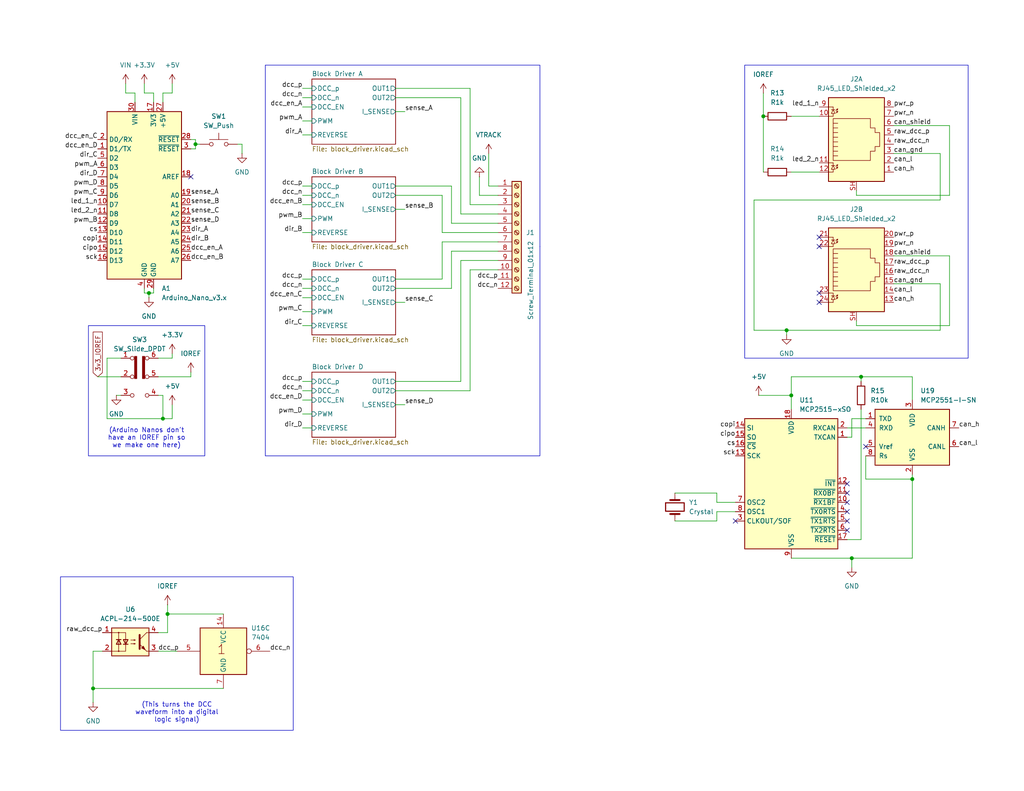
<source format=kicad_sch>
(kicad_sch (version 20231120) (generator "eeschema") (generator_version "8.0")
  (paper "USLetter")
  (title_block (title "Arduino Nano LCC Booster") (date "2024-03-08") (rev "1") (company "TMRC") (comment 1 "Noah Paladino"))
  (lib_symbols
    (symbol "74xx_IEEE:7404"
      (property "Reference" "U" (at 5.08 7.62 0))
      (property "Value" "7404" (at 3.81 -8.89 0))
      (symbol "7404_0_0"
        (text "1" (at -0.508 0.508 0) (effects (font (size 2.54 2.54))))
      )
      (symbol "7404_0_1"
        (rectangle (start -6.35 6.35) (end 6.35 -6.35) (stroke (width 0.254)) (fill (type background)))
        (pin power_in line (at 0 10.16 270) (length 3.81) (name "VCC") (number "14"))
        (pin power_in line (at 0 -10.16 90) (length 3.81) (name "GND") (number "7"))
      )
      (symbol "7404_1_1"
        (pin input line (at -12.7 0 0) (length 6.35) (name "~") (number "1"))
        (pin input inverted (at 12.7 0 180) (length 6.35) (name "~") (number "2"))
      )
      (symbol "7404_2_1"
        (pin input line (at -12.7 0 0) (length 6.35) (name "~") (number "3"))
        (pin input inverted (at 12.7 0 180) (length 6.35) (name "~") (number "4"))
      )
      (symbol "7404_3_1"
        (pin input line (at -12.7 0 0) (length 6.35) (name "~") (number "5"))
        (pin input inverted (at 12.7 0 180) (length 6.35) (name "~") (number "6"))
      )
      (symbol "7404_4_1"
        (pin input inverted (at 12.7 0 180) (length 6.35) (name "~") (number "8"))
        (pin input line (at -12.7 0 0) (length 6.35) (name "~") (number "9"))
      )
      (symbol "7404_5_1"
        (pin input inverted (at 12.7 0 180) (length 6.35) (name "~") (number "10"))
        (pin input line (at -12.7 0 0) (length 6.35) (name "~") (number "11"))
      )
      (symbol "7404_6_1"
        (pin input inverted (at 12.7 0 180) (length 6.35) (name "~") (number "12"))
        (pin input line (at -12.7 0 0) (length 6.35) (name "~") (number "13"))
      )
    )
    (symbol "Connector:RJ45_LED_Shielded_x2"
      (property "Reference" "J" (at -5.08 13.97 0))
      (property "Value" "RJ45_LED_Shielded_x2" (at 1.27 13.97 0))
      (symbol "RJ45_LED_Shielded_x2_0_1"
        (polyline (pts (xy -7.62 -7.62) (xy -6.35 -7.62)))
        (polyline (pts (xy -7.62 -5.08) (xy -6.35 -5.08)))
        (polyline (pts (xy -7.62 7.62) (xy -6.35 7.62)))
        (polyline (pts (xy -7.62 10.16) (xy -6.35 10.16)))
        (polyline (pts (xy -6.858 -5.842) (xy -5.842 -5.842)))
        (polyline (pts (xy -6.858 9.398) (xy -5.842 9.398)))
        (polyline (pts (xy -6.35 -7.62) (xy -6.35 -6.858)))
        (polyline (pts (xy -6.35 -5.08) (xy -6.35 -5.842)))
        (polyline (pts (xy -6.35 7.62) (xy -6.35 8.382)))
        (polyline (pts (xy -6.35 10.16) (xy -6.35 9.398)))
        (polyline (pts (xy -5.08 -6.223) (xy -5.207 -6.604)))
        (polyline (pts (xy -5.08 -5.588) (xy -5.207 -5.969)))
        (polyline (pts (xy -5.08 4.445) (xy -6.35 4.445)))
        (polyline (pts (xy -5.08 5.715) (xy -6.35 5.715)))
        (polyline (pts (xy -5.08 9.017) (xy -5.207 8.636)))
        (polyline (pts (xy -5.08 9.652) (xy -5.207 9.271)))
        (polyline (pts (xy -6.35 -3.175) (xy -5.08 -3.175) (xy -5.08 -3.175)))
        (polyline (pts (xy -6.35 -1.905) (xy -5.08 -1.905) (xy -5.08 -1.905)))
        (polyline (pts (xy -6.35 -0.635) (xy -5.08 -0.635) (xy -5.08 -0.635)))
        (polyline (pts (xy -6.35 0.635) (xy -5.08 0.635) (xy -5.08 0.635)))
        (polyline (pts (xy -6.35 1.905) (xy -5.08 1.905) (xy -5.08 1.905)))
        (polyline (pts (xy -5.588 -6.731) (xy -5.08 -6.223) (xy -5.461 -6.35)))
        (polyline (pts (xy -5.588 -6.096) (xy -5.08 -5.588) (xy -5.461 -5.715)))
        (polyline (pts (xy -5.588 8.509) (xy -5.08 9.017) (xy -5.461 8.89)))
        (polyline (pts (xy -5.588 9.144) (xy -5.08 9.652) (xy -5.461 9.525)))
        (polyline (pts (xy -5.08 3.175) (xy -6.35 3.175) (xy -6.35 3.175)))
        (polyline (pts (xy -6.35 -5.842) (xy -6.858 -6.858) (xy -5.842 -6.858) (xy -6.35 -5.842)))
        (polyline (pts (xy -6.35 9.398) (xy -6.858 8.382) (xy -5.842 8.382) (xy -6.35 9.398)))
        (polyline (pts (xy -6.35 -4.445) (xy -6.35 6.985) (xy 3.81 6.985) (xy 3.81 4.445) (xy 5.08 4.445) (xy 5.08 3.175) (xy 6.35 3.175) (xy 6.35 -0.635) (xy 5.08 -0.635) (xy 5.08 -1.905) (xy 3.81 -1.905) (xy 3.81 -4.445) (xy -6.35 -4.445) (xy -6.35 -4.445)))
        (rectangle (start 7.62 12.7) (end -7.62 -10.16) (stroke (width 0.254)) (fill (type background)))
      )
      (symbol "RJ45_LED_Shielded_x2_1_1"
        (pin passive line (at 10.16 -7.62 180) (length 2.54) (name "~") (number "1"))
        (pin passive line (at -10.16 7.62 0) (length 2.54) (name "~") (number "10"))
        (pin passive line (at -10.16 -5.08 0) (length 2.54) (name "~") (number "11"))
        (pin passive line (at -10.16 -7.62 0) (length 2.54) (name "~") (number "12"))
        (pin passive line (at 10.16 -5.08 180) (length 2.54) (name "~") (number "2"))
        (pin passive line (at 10.16 -2.54 180) (length 2.54) (name "~") (number "3"))
        (pin passive line (at 10.16 0 180) (length 2.54) (name "~") (number "4"))
        (pin passive line (at 10.16 2.54 180) (length 2.54) (name "~") (number "5"))
        (pin passive line (at 10.16 5.08 180) (length 2.54) (name "~") (number "6"))
        (pin passive line (at 10.16 7.62 180) (length 2.54) (name "~") (number "7"))
        (pin passive line (at 10.16 10.16 180) (length 2.54) (name "~") (number "8"))
        (pin passive line (at -10.16 10.16 0) (length 2.54) (name "~") (number "9"))
        (pin passive line (at 0 -12.7 90) (length 2.54) (name "~") (number "SH"))
      )
      (symbol "RJ45_LED_Shielded_x2_2_1"
        (pin passive line (at 10.16 -7.62 180) (length 2.54) (name "~") (number "13"))
        (pin passive line (at 10.16 -5.08 180) (length 2.54) (name "~") (number "14"))
        (pin passive line (at 10.16 -2.54 180) (length 2.54) (name "~") (number "15"))
        (pin passive line (at 10.16 0 180) (length 2.54) (name "~") (number "16"))
        (pin passive line (at 10.16 2.54 180) (length 2.54) (name "~") (number "17"))
        (pin passive line (at 10.16 5.08 180) (length 2.54) (name "~") (number "18"))
        (pin passive line (at 10.16 7.62 180) (length 2.54) (name "~") (number "19"))
        (pin passive line (at 10.16 10.16 180) (length 2.54) (name "~") (number "20"))
        (pin passive line (at -10.16 10.16 0) (length 2.54) (name "~") (number "21"))
        (pin passive line (at -10.16 7.62 0) (length 2.54) (name "~") (number "22"))
        (pin passive line (at -10.16 -5.08 0) (length 2.54) (name "~") (number "23"))
        (pin passive line (at -10.16 -7.62 0) (length 2.54) (name "~") (number "24"))
        (pin passive line (at 0 -12.7 90) (length 2.54) (name "~") (number "SH"))
      )
    )
    (symbol "Connector:Screw_Terminal_01x12" (pin_names (offset 1.016) hide)
      (property "Reference" "J" (at 0 15.24 0))
      (property "Value" "Screw_Terminal_01x12" (at 0 -17.78 0))
      (symbol "Screw_Terminal_01x12_1_1"
        (rectangle (start -1.27 13.97) (end 1.27 -16.51) (stroke (width 0.254)) (fill (type background)))
        (circle (center 0 -15.24) (radius 0.635) (stroke (width 0.1524)))
        (circle (center 0 -12.7) (radius 0.635) (stroke (width 0.1524)))
        (circle (center 0 -10.16) (radius 0.635) (stroke (width 0.1524)))
        (circle (center 0 -7.62) (radius 0.635) (stroke (width 0.1524)))
        (circle (center 0 -5.08) (radius 0.635) (stroke (width 0.1524)))
        (circle (center 0 -2.54) (radius 0.635) (stroke (width 0.1524)))
        (polyline (pts (xy -0.5334 -14.9098) (xy 0.3302 -15.748)) (stroke (width 0.1524)))
        (polyline (pts (xy -0.5334 -12.3698) (xy 0.3302 -13.208)) (stroke (width 0.1524)))
        (polyline (pts (xy -0.5334 -9.8298) (xy 0.3302 -10.668)) (stroke (width 0.1524)))
        (polyline (pts (xy -0.5334 -7.2898) (xy 0.3302 -8.128)) (stroke (width 0.1524)))
        (polyline (pts (xy -0.5334 -4.7498) (xy 0.3302 -5.588)) (stroke (width 0.1524)))
        (polyline (pts (xy -0.5334 -2.2098) (xy 0.3302 -3.048)) (stroke (width 0.1524)))
        (polyline (pts (xy -0.5334 0.3302) (xy 0.3302 -0.508)) (stroke (width 0.1524)))
        (polyline (pts (xy -0.5334 2.8702) (xy 0.3302 2.032)) (stroke (width 0.1524)))
        (polyline (pts (xy -0.5334 5.4102) (xy 0.3302 4.572)) (stroke (width 0.1524)))
        (polyline (pts (xy -0.5334 7.9502) (xy 0.3302 7.112)) (stroke (width 0.1524)))
        (polyline (pts (xy -0.5334 10.4902) (xy 0.3302 9.652)) (stroke (width 0.1524)))
        (polyline (pts (xy -0.5334 13.0302) (xy 0.3302 12.192)) (stroke (width 0.1524)))
        (polyline (pts (xy -0.3556 -14.732) (xy 0.508 -15.5702)) (stroke (width 0.1524)))
        (polyline (pts (xy -0.3556 -12.192) (xy 0.508 -13.0302)) (stroke (width 0.1524)))
        (polyline (pts (xy -0.3556 -9.652) (xy 0.508 -10.4902)) (stroke (width 0.1524)))
        (polyline (pts (xy -0.3556 -7.112) (xy 0.508 -7.9502)) (stroke (width 0.1524)))
        (polyline (pts (xy -0.3556 -4.572) (xy 0.508 -5.4102)) (stroke (width 0.1524)))
        (polyline (pts (xy -0.3556 -2.032) (xy 0.508 -2.8702)) (stroke (width 0.1524)))
        (polyline (pts (xy -0.3556 0.508) (xy 0.508 -0.3302)) (stroke (width 0.1524)))
        (polyline (pts (xy -0.3556 3.048) (xy 0.508 2.2098)) (stroke (width 0.1524)))
        (polyline (pts (xy -0.3556 5.588) (xy 0.508 4.7498)) (stroke (width 0.1524)))
        (polyline (pts (xy -0.3556 8.128) (xy 0.508 7.2898)) (stroke (width 0.1524)))
        (polyline (pts (xy -0.3556 10.668) (xy 0.508 9.8298)) (stroke (width 0.1524)))
        (polyline (pts (xy -0.3556 13.208) (xy 0.508 12.3698)) (stroke (width 0.1524)))
        (circle (center 0 0) (radius 0.635) (stroke (width 0.1524)))
        (circle (center 0 2.54) (radius 0.635) (stroke (width 0.1524)))
        (circle (center 0 5.08) (radius 0.635) (stroke (width 0.1524)))
        (circle (center 0 7.62) (radius 0.635) (stroke (width 0.1524)))
        (circle (center 0 10.16) (radius 0.635) (stroke (width 0.1524)))
        (circle (center 0 12.7) (radius 0.635) (stroke (width 0.1524)))
        (pin passive line (at -5.08 12.7 0) (length 3.81) (name "Pin_1") (number "1"))
        (pin passive line (at -5.08 -10.16 0) (length 3.81) (name "Pin_10") (number "10"))
        (pin passive line (at -5.08 -12.7 0) (length 3.81) (name "Pin_11") (number "11"))
        (pin passive line (at -5.08 -15.24 0) (length 3.81) (name "Pin_12") (number "12"))
        (pin passive line (at -5.08 10.16 0) (length 3.81) (name "Pin_2") (number "2"))
        (pin passive line (at -5.08 7.62 0) (length 3.81) (name "Pin_3") (number "3"))
        (pin passive line (at -5.08 5.08 0) (length 3.81) (name "Pin_4") (number "4"))
        (pin passive line (at -5.08 2.54 0) (length 3.81) (name "Pin_5") (number "5"))
        (pin passive line (at -5.08 0 0) (length 3.81) (name "Pin_6") (number "6"))
        (pin passive line (at -5.08 -2.54 0) (length 3.81) (name "Pin_7") (number "7"))
        (pin passive line (at -5.08 -5.08 0) (length 3.81) (name "Pin_8") (number "8"))
        (pin passive line (at -5.08 -7.62 0) (length 3.81) (name "Pin_9") (number "9"))
      )
    )
    (symbol "Device:Crystal" (pin_numbers hide) (pin_names (offset 1.016) hide)
      (property "Reference" "Y" (at 0 3.81 0))
      (property "Value" "Crystal" (at 0 -3.81 0))
      (symbol "Crystal_0_1"
        (rectangle (start -1.143 2.54) (end 1.143 -2.54) (stroke (width 0.3048)))
        (polyline (pts (xy -2.54 0) (xy -1.905 0)))
        (polyline (pts (xy -1.905 -1.27) (xy -1.905 1.27)) (stroke (width 0.508)))
        (polyline (pts (xy 1.905 -1.27) (xy 1.905 1.27)) (stroke (width 0.508)))
        (polyline (pts (xy 2.54 0) (xy 1.905 0)))
      )
      (symbol "Crystal_1_1"
        (pin passive line (at -3.81 0 0) (length 1.27) (name "1") (number "1"))
        (pin passive line (at 3.81 0 180) (length 1.27) (name "2") (number "2"))
      )
    )
    (symbol "Device:R" (pin_numbers hide) (pin_names (offset 0))
      (property "Reference" "R" (at 2.032 0 90))
      (property "Value" "R" (at 0 0 90))
      (symbol "R_0_1"
        (rectangle (start -1.016 -2.54) (end 1.016 2.54) (stroke (width 0.254)))
      )
      (symbol "R_1_1"
        (pin passive line (at 0 3.81 270) (length 1.27) (name "~") (number "1"))
        (pin passive line (at 0 -3.81 90) (length 1.27) (name "~") (number "2"))
      )
    )
    (symbol "Interface_CAN_LIN:MCP2515-xSO"
      (property "Reference" "U" (at -10.16 19.685 0))
      (property "Value" "MCP2515-xSO" (at 19.05 20.32 0))
      (symbol "MCP2515-xSO_0_1"
        (rectangle (start -12.7 17.78) (end 12.7 -17.78) (stroke (width 0.254)) (fill (type background)))
      )
      (symbol "MCP2515-xSO_1_1"
        (pin output line (at 15.24 12.7 180) (length 2.54) (name "TXCAN") (number "1"))
        (pin output line (at 15.24 -5.08 180) (length 2.54) (name "~{RX1BF}") (number "10"))
        (pin output line (at 15.24 -2.54 180) (length 2.54) (name "~{RX0BF}") (number "11"))
        (pin output line (at 15.24 0 180) (length 2.54) (name "~{INT}") (number "12"))
        (pin input line (at -15.24 7.62 0) (length 2.54) (name "SCK") (number "13"))
        (pin input line (at -15.24 15.24 0) (length 2.54) (name "SI") (number "14"))
        (pin output line (at -15.24 12.7 0) (length 2.54) (name "SO") (number "15"))
        (pin input line (at -15.24 10.16 0) (length 2.54) (name "~{CS}") (number "16"))
        (pin input line (at 15.24 -15.24 180) (length 2.54) (name "~{RESET}") (number "17"))
        (pin power_in line (at 0 20.32 270) (length 2.54) (name "VDD") (number "18"))
        (pin input line (at 15.24 15.24 180) (length 2.54) (name "RXCAN") (number "2"))
        (pin output line (at -15.24 -10.16 0) (length 2.54) (name "CLKOUT/SOF") (number "3"))
        (pin input line (at 15.24 -7.62 180) (length 2.54) (name "~{TX0RTS}") (number "4"))
        (pin input line (at 15.24 -10.16 180) (length 2.54) (name "~{TX1RTS}") (number "5"))
        (pin input line (at 15.24 -12.7 180) (length 2.54) (name "~{TX2RTS}") (number "6"))
        (pin output line (at -15.24 -5.08 0) (length 2.54) (name "OSC2") (number "7"))
        (pin input line (at -15.24 -7.62 0) (length 2.54) (name "OSC1") (number "8"))
        (pin power_in line (at 0 -20.32 90) (length 2.54) (name "VSS") (number "9"))
      )
    )
    (symbol "Interface_CAN_LIN:MCP2551-I-SN" (pin_names (offset 1.016))
      (property "Reference" "U" (at -10.16 8.89 0))
      (property "Value" "MCP2551-I-SN" (at 2.54 8.89 0))
      (symbol "MCP2551-I-SN_0_1"
        (rectangle (start -10.16 7.62) (end 10.16 -7.62) (stroke (width 0.254)) (fill (type background)))
      )
      (symbol "MCP2551-I-SN_1_1"
        (pin input line (at -12.7 5.08 0) (length 2.54) (name "TXD") (number "1"))
        (pin power_in line (at 0 -10.16 90) (length 2.54) (name "VSS") (number "2"))
        (pin power_in line (at 0 10.16 270) (length 2.54) (name "VDD") (number "3"))
        (pin output line (at -12.7 2.54 0) (length 2.54) (name "RXD") (number "4"))
        (pin power_out line (at -12.7 -2.54 0) (length 2.54) (name "Vref") (number "5"))
        (pin bidirectional line (at 12.7 -2.54 180) (length 2.54) (name "CANL") (number "6"))
        (pin bidirectional line (at 12.7 2.54 180) (length 2.54) (name "CANH") (number "7"))
        (pin input line (at -12.7 -5.08 0) (length 2.54) (name "Rs") (number "8"))
      )
    )
    (symbol "Isolator:ACPL-214-500E" (pin_names (offset 1.016))
      (property "Reference" "U" (at -5.08 5.08 0))
      (property "Value" "ACPL-214-500E" (at 0 5.08 0))
      (symbol "ACPL-214-500E_0_1"
        (rectangle (start -5.08 3.81) (end 5.08 -3.81) (stroke (width 0.254)) (fill (type background)))
        (circle (center -3.175 -2.54) (radius 0.127))
        (circle (center -3.175 2.54) (radius 0.127))
        (polyline (pts (xy -3.81 0.635) (xy -2.54 0.635)) (stroke (width 0.254)))
        (polyline (pts (xy -3.175 -0.635) (xy -3.175 -2.54)))
        (polyline (pts (xy -3.175 -0.635) (xy -3.175 2.54)))
        (polyline (pts (xy -1.905 -0.635) (xy -0.635 -0.635)) (stroke (width 0.254)))
        (polyline (pts (xy 2.54 0.635) (xy 4.445 2.54)))
        (polyline (pts (xy 4.445 -2.54) (xy 2.54 -0.635)) (fill (type outline)))
        (polyline (pts (xy 4.445 -2.54) (xy 5.08 -2.54)))
        (polyline (pts (xy 4.445 2.54) (xy 5.08 2.54)))
        (polyline (pts (xy -5.08 2.54) (xy -1.27 2.54) (xy -1.27 -0.635)))
        (polyline (pts (xy -1.27 -0.635) (xy -1.27 -2.54) (xy -5.08 -2.54)))
        (polyline (pts (xy 2.54 1.905) (xy 2.54 -1.905) (xy 2.54 -1.905)) (stroke (width 0.508)))
        (polyline (pts (xy -3.175 0.635) (xy -3.81 -0.635) (xy -2.54 -0.635) (xy -3.175 0.635)) (stroke (width 0.254)))
        (polyline (pts (xy -1.27 -0.635) (xy -1.905 0.635) (xy -0.635 0.635) (xy -1.27 -0.635)) (stroke (width 0.254)))
        (polyline (pts (xy 0.127 -0.508) (xy 1.397 -0.508) (xy 1.016 -0.635) (xy 1.016 -0.381) (xy 1.397 -0.508)))
        (polyline (pts (xy 0.127 0.508) (xy 1.397 0.508) (xy 1.016 0.381) (xy 1.016 0.635) (xy 1.397 0.508)))
        (polyline (pts (xy 3.048 -1.651) (xy 3.556 -1.143) (xy 4.064 -2.159) (xy 3.048 -1.651) (xy 3.048 -1.651)) (fill (type outline)))
      )
      (symbol "ACPL-214-500E_1_1"
        (pin passive line (at -7.62 2.54 0) (length 2.54) (name "~") (number "1"))
        (pin passive line (at -7.62 -2.54 0) (length 2.54) (name "~") (number "2"))
        (pin passive line (at 7.62 -2.54 180) (length 2.54) (name "~") (number "3"))
        (pin passive line (at 7.62 2.54 180) (length 2.54) (name "~") (number "4"))
      )
    )
    (symbol "MCU_Module:Arduino_Nano_v3.x"
      (property "Reference" "A" (at -10.16 23.495 0))
      (property "Value" "Arduino_Nano_v3.x" (at 5.08 -24.13 0))
      (symbol "Arduino_Nano_v3.x_0_1"
        (rectangle (start -10.16 22.86) (end 10.16 -22.86) (stroke (width 0.254)) (fill (type background)))
      )
      (symbol "Arduino_Nano_v3.x_1_1"
        (pin bidirectional line (at -12.7 12.7 0) (length 2.54) (name "D1/TX") (number "1"))
        (pin bidirectional line (at -12.7 -2.54 0) (length 2.54) (name "D7") (number "10"))
        (pin bidirectional line (at -12.7 -5.08 0) (length 2.54) (name "D8") (number "11"))
        (pin bidirectional line (at -12.7 -7.62 0) (length 2.54) (name "D9") (number "12"))
        (pin bidirectional line (at -12.7 -10.16 0) (length 2.54) (name "D10") (number "13"))
        (pin bidirectional line (at -12.7 -12.7 0) (length 2.54) (name "D11") (number "14"))
        (pin bidirectional line (at -12.7 -15.24 0) (length 2.54) (name "D12") (number "15"))
        (pin bidirectional line (at -12.7 -17.78 0) (length 2.54) (name "D13") (number "16"))
        (pin power_out line (at 2.54 25.4 270) (length 2.54) (name "3V3") (number "17"))
        (pin input line (at 12.7 5.08 180) (length 2.54) (name "AREF") (number "18"))
        (pin bidirectional line (at 12.7 0 180) (length 2.54) (name "A0") (number "19"))
        (pin bidirectional line (at -12.7 15.24 0) (length 2.54) (name "D0/RX") (number "2"))
        (pin bidirectional line (at 12.7 -2.54 180) (length 2.54) (name "A1") (number "20"))
        (pin bidirectional line (at 12.7 -5.08 180) (length 2.54) (name "A2") (number "21"))
        (pin bidirectional line (at 12.7 -7.62 180) (length 2.54) (name "A3") (number "22"))
        (pin bidirectional line (at 12.7 -10.16 180) (length 2.54) (name "A4") (number "23"))
        (pin bidirectional line (at 12.7 -12.7 180) (length 2.54) (name "A5") (number "24"))
        (pin bidirectional line (at 12.7 -15.24 180) (length 2.54) (name "A6") (number "25"))
        (pin bidirectional line (at 12.7 -17.78 180) (length 2.54) (name "A7") (number "26"))
        (pin power_out line (at 5.08 25.4 270) (length 2.54) (name "+5V") (number "27"))
        (pin input line (at 12.7 15.24 180) (length 2.54) (name "~{RESET}") (number "28"))
        (pin power_in line (at 2.54 -25.4 90) (length 2.54) (name "GND") (number "29"))
        (pin input line (at 12.7 12.7 180) (length 2.54) (name "~{RESET}") (number "3"))
        (pin power_in line (at -2.54 25.4 270) (length 2.54) (name "VIN") (number "30"))
        (pin power_in line (at 0 -25.4 90) (length 2.54) (name "GND") (number "4"))
        (pin bidirectional line (at -12.7 10.16 0) (length 2.54) (name "D2") (number "5"))
        (pin bidirectional line (at -12.7 7.62 0) (length 2.54) (name "D3") (number "6"))
        (pin bidirectional line (at -12.7 5.08 0) (length 2.54) (name "D4") (number "7"))
        (pin bidirectional line (at -12.7 2.54 0) (length 2.54) (name "D5") (number "8"))
        (pin bidirectional line (at -12.7 0 0) (length 2.54) (name "D6") (number "9"))
      )
    )
    (symbol "Switch:SW_Push" (pin_numbers hide) (pin_names (offset 1.016) hide)
      (property "Reference" "SW" (at 1.27 2.54 0))
      (property "Value" "SW_Push" (at 0 -1.524 0))
      (symbol "SW_Push_0_1"
        (circle (center -2.032 0) (radius 0.508))
        (polyline (pts (xy 0 1.27) (xy 0 3.048)))
        (polyline (pts (xy 2.54 1.27) (xy -2.54 1.27)))
        (circle (center 2.032 0) (radius 0.508))
        (pin passive line (at -5.08 0 0) (length 2.54) (name "1") (number "1"))
        (pin passive line (at 5.08 0 180) (length 2.54) (name "2") (number "2"))
      )
    )
    (symbol "Switch:SW_Slide_DPDT" (pin_names (offset 0) hide)
      (property "Reference" "SW" (at 0 6.858 0))
      (property "Value" "SW_Slide_DPDT" (at 0 -8.128 0))
      (symbol "SW_Slide_DPDT_0_0"
        (circle (center -2.032 -5.08) (radius 0.508))
        (circle (center -2.032 5.08) (radius 0.508))
        (circle (center 2.032 -5.08) (radius 0.508))
        (circle (center 2.032 0) (radius 0.508))
      )
      (symbol "SW_Slide_DPDT_0_1"
        (circle (center -2.032 0) (radius 0.508))
        (circle (center 2.032 5.08) (radius 0.508))
      )
      (symbol "SW_Slide_DPDT_1_1"
        (rectangle (start -1.397 5.588) (end -0.762 -0.508) (fill (type outline)))
        (rectangle (start 0.762 5.588) (end 1.397 -0.508) (fill (type outline)))
        (pin passive line (at -5.08 5.08 0) (length 2.54) (name "A") (number "1"))
        (pin passive line (at -5.08 0 0) (length 2.54) (name "B") (number "2"))
        (pin passive line (at -5.08 -5.08 0) (length 2.54) (name "C") (number "3"))
        (pin passive line (at 5.08 -5.08 180) (length 2.54) (name "A") (number "4"))
        (pin passive line (at 5.08 0 180) (length 2.54) (name "B") (number "5"))
        (pin passive line (at 5.08 5.08 180) (length 2.54) (name "C") (number "6"))
      )
    )
    (symbol "power:+3.3V" (power) (pin_numbers hide) (pin_names (offset 0) hide)
      (property "Value" "+3.3V" (at 0 3.556 0))
      (symbol "+3.3V_0_1"
        (polyline (pts (xy -0.762 1.27) (xy 0 2.54)))
        (polyline (pts (xy 0 0) (xy 0 2.54)))
        (polyline (pts (xy 0 2.54) (xy 0.762 1.27)))
      )
      (symbol "+3.3V_1_1"
        (pin power_in line (at 0 0 90) (length 0) (name "~") (number "1"))
      )
    )
    (symbol "power:+5V" (power) (pin_numbers hide) (pin_names (offset 0) hide)
      (property "Value" "+5V" (at 0 3.556 0))
      (symbol "+5V_0_1"
        (polyline (pts (xy -0.762 1.27) (xy 0 2.54)))
        (polyline (pts (xy 0 0) (xy 0 2.54)))
        (polyline (pts (xy 0 2.54) (xy 0.762 1.27)))
      )
      (symbol "+5V_1_1"
        (pin power_in line (at 0 0 90) (length 0) (name "~") (number "1"))
      )
    )
    (symbol "power:GND" (power) (pin_numbers hide) (pin_names (offset 0) hide)
      (property "Value" "GND" (at 0 -3.81 0))
      (symbol "GND_0_1"
        (polyline (pts (xy 0 0) (xy 0 -1.27) (xy 1.27 -1.27) (xy 0 -2.54) (xy -1.27 -1.27) (xy 0 -1.27)))
      )
      (symbol "GND_1_1"
        (pin power_in line (at 0 0 270) (length 0) (name "~") (number "1"))
      )
    )
  )
  (junction (at 208.28 31.75))
  (junction (at 232.41 152.4))
  (junction (at 234.95 102.87))
  (junction (at 40.64 80.01))
  (junction (at 53.34 39.37))
  (junction (at 44.45 114.3))
  (junction (at 248.92 130.81))
  (junction (at 25.4 187.96))
  (junction (at 215.9 107.95))
  (junction (at 45.72 167.64))
  (junction (at 214.63 90.17))
  (no_connect (at 223.52 82.55))
  (no_connect (at 200.66 142.24))
  (no_connect (at 231.14 137.16))
  (no_connect (at 236.22 121.92))
  (no_connect (at 223.52 64.77))
  (no_connect (at 52.07 48.26))
  (no_connect (at 231.14 144.78))
  (no_connect (at 231.14 139.7))
  (no_connect (at 231.14 132.08))
  (no_connect (at 231.14 142.24))
  (no_connect (at 223.52 80.01))
  (no_connect (at 223.52 67.31))
  (no_connect (at 231.14 134.62))
  (wire (pts (xy 29.21 97.79) (xy 33.02 97.79)))
  (wire (pts (xy 133.35 41.91) (xy 133.35 50.8)))
  (wire (pts (xy 236.22 114.3) (xy 232.41 114.3)))
  (wire (pts (xy 215.9 107.95) (xy 215.9 102.87)))
  (wire (pts (xy 256.54 90.17) (xy 256.54 77.47)))
  (wire (pts (xy 44.45 25.4) (xy 44.45 27.94)))
  (wire (pts (xy 43.18 172.72) (xy 45.72 172.72)))
  (wire (pts (xy 82.55 50.8) (xy 85.09 50.8)))
  (wire (pts (xy 231.14 119.38) (xy 232.41 119.38)))
  (wire (pts (xy 231.14 116.84) (xy 236.22 116.84)))
  (wire (pts (xy 31.75 107.95) (xy 33.02 107.95)))
  (wire (pts (xy 29.21 114.3) (xy 44.45 114.3)))
  (wire (pts (xy 234.95 111.76) (xy 234.95 147.32)))
  (wire (pts (xy 39.37 78.74) (xy 39.37 80.01)))
  (wire (pts (xy 205.74 90.17) (xy 214.63 90.17)))
  (wire (pts (xy 66.04 39.37) (xy 64.77 39.37)))
  (wire (pts (xy 120.65 66.04) (xy 135.89 66.04)))
  (wire (pts (xy 82.55 109.22) (xy 85.09 109.22)))
  (wire (pts (xy 44.45 107.95) (xy 44.45 114.3)))
  (wire (pts (xy 120.65 76.2) (xy 120.65 66.04)))
  (wire (pts (xy 26.67 102.87) (xy 33.02 102.87)))
  (wire (pts (xy 215.9 31.75) (xy 223.52 31.75)))
  (wire (pts (xy 243.84 34.29) (xy 259.08 34.29)))
  (wire (pts (xy 53.34 39.37) (xy 53.34 40.64)))
  (wire (pts (xy 53.34 40.64) (xy 52.07 40.64)))
  (wire (pts (xy 107.95 82.55) (xy 110.49 82.55)))
  (wire (pts (xy 236.22 130.81) (xy 248.92 130.81)))
  (wire (pts (xy 107.95 26.67) (xy 125.73 26.67)))
  (wire (pts (xy 82.55 113.03) (xy 85.09 113.03)))
  (wire (pts (xy 123.19 60.96) (xy 135.89 60.96)))
  (wire (pts (xy 54.61 39.37) (xy 53.34 39.37)))
  (wire (pts (xy 256.54 41.91) (xy 256.54 54.61)))
  (wire (pts (xy 236.22 124.46) (xy 236.22 130.81)))
  (wire (pts (xy 130.81 48.26) (xy 130.81 53.34)))
  (wire (pts (xy 25.4 187.96) (xy 25.4 191.77)))
  (wire (pts (xy 40.64 80.01) (xy 41.91 80.01)))
  (wire (pts (xy 82.55 36.83) (xy 85.09 36.83)))
  (wire (pts (xy 46.99 25.4) (xy 44.45 25.4)))
  (wire (pts (xy 107.95 110.49) (xy 110.49 110.49)))
  (wire (pts (xy 52.07 101.6) (xy 52.07 102.87)))
  (wire (pts (xy 82.55 29.21) (xy 85.09 29.21)))
  (wire (pts (xy 53.34 38.1) (xy 52.07 38.1)))
  (wire (pts (xy 128.27 55.88) (xy 135.89 55.88)))
  (wire (pts (xy 82.55 81.28) (xy 85.09 81.28)))
  (wire (pts (xy 233.68 88.9) (xy 233.68 87.63)))
  (wire (pts (xy 82.55 33.02) (xy 85.09 33.02)))
  (wire (pts (xy 82.55 78.74) (xy 85.09 78.74)))
  (wire (pts (xy 120.65 63.5) (xy 120.65 53.34)))
  (wire (pts (xy 215.9 152.4) (xy 232.41 152.4)))
  (wire (pts (xy 82.55 76.2) (xy 85.09 76.2)))
  (wire (pts (xy 53.34 38.1) (xy 53.34 39.37)))
  (wire (pts (xy 259.08 69.85) (xy 259.08 88.9)))
  (wire (pts (xy 39.37 22.86) (xy 39.37 25.4)))
  (wire (pts (xy 232.41 152.4) (xy 232.41 154.94)))
  (wire (pts (xy 82.55 88.9) (xy 85.09 88.9)))
  (wire (pts (xy 256.54 77.47) (xy 243.84 77.47)))
  (wire (pts (xy 44.45 114.3) (xy 46.99 114.3)))
  (wire (pts (xy 125.73 26.67) (xy 125.73 58.42)))
  (wire (pts (xy 48.26 177.8) (xy 43.18 177.8)))
  (wire (pts (xy 34.29 22.86) (xy 34.29 25.4)))
  (wire (pts (xy 107.95 76.2) (xy 120.65 76.2)))
  (wire (pts (xy 231.14 147.32) (xy 234.95 147.32)))
  (wire (pts (xy 46.99 114.3) (xy 46.99 110.49)))
  (wire (pts (xy 123.19 68.58) (xy 135.89 68.58)))
  (wire (pts (xy 259.08 53.34) (xy 259.08 34.29)))
  (wire (pts (xy 215.9 46.99) (xy 223.52 46.99)))
  (wire (pts (xy 128.27 73.66) (xy 135.89 73.66)))
  (wire (pts (xy 232.41 114.3) (xy 232.41 119.38)))
  (wire (pts (xy 205.74 54.61) (xy 205.74 90.17)))
  (wire (pts (xy 125.73 71.12) (xy 135.89 71.12)))
  (wire (pts (xy 46.99 25.4) (xy 46.99 22.86)))
  (wire (pts (xy 135.89 63.5) (xy 120.65 63.5)))
  (wire (pts (xy 45.72 165.1) (xy 45.72 167.64)))
  (wire (pts (xy 128.27 106.68) (xy 128.27 73.66)))
  (wire (pts (xy 39.37 25.4) (xy 41.91 25.4)))
  (wire (pts (xy 208.28 25.4) (xy 208.28 31.75)))
  (wire (pts (xy 248.92 102.87) (xy 248.92 109.22)))
  (wire (pts (xy 46.99 97.79) (xy 43.18 97.79)))
  (wire (pts (xy 214.63 90.17) (xy 256.54 90.17)))
  (wire (pts (xy 232.41 152.4) (xy 248.92 152.4)))
  (wire (pts (xy 207.01 107.95) (xy 215.9 107.95)))
  (wire (pts (xy 66.04 39.37) (xy 66.04 41.91)))
  (wire (pts (xy 195.58 139.7) (xy 195.58 142.24)))
  (wire (pts (xy 123.19 50.8) (xy 123.19 60.96)))
  (wire (pts (xy 208.28 31.75) (xy 208.28 46.99)))
  (wire (pts (xy 205.74 54.61) (xy 256.54 54.61)))
  (wire (pts (xy 233.68 53.34) (xy 259.08 53.34)))
  (wire (pts (xy 215.9 102.87) (xy 234.95 102.87)))
  (wire (pts (xy 82.55 24.13) (xy 85.09 24.13)))
  (wire (pts (xy 123.19 78.74) (xy 123.19 68.58)))
  (wire (pts (xy 82.55 63.5) (xy 85.09 63.5)))
  (wire (pts (xy 195.58 137.16) (xy 200.66 137.16)))
  (wire (pts (xy 248.92 130.81) (xy 248.92 129.54)))
  (wire (pts (xy 184.15 134.62) (xy 195.58 134.62)))
  (wire (pts (xy 125.73 104.14) (xy 125.73 71.12)))
  (wire (pts (xy 184.15 142.24) (xy 195.58 142.24)))
  (wire (pts (xy 82.55 55.88) (xy 85.09 55.88)))
  (wire (pts (xy 82.55 104.14) (xy 85.09 104.14)))
  (wire (pts (xy 41.91 80.01) (xy 41.91 78.74)))
  (wire (pts (xy 44.45 107.95) (xy 43.18 107.95)))
  (wire (pts (xy 25.4 177.8) (xy 25.4 187.96)))
  (wire (pts (xy 82.55 85.09) (xy 85.09 85.09)))
  (wire (pts (xy 128.27 24.13) (xy 128.27 55.88)))
  (wire (pts (xy 82.55 59.69) (xy 85.09 59.69)))
  (wire (pts (xy 234.95 104.14) (xy 234.95 102.87)))
  (wire (pts (xy 259.08 88.9) (xy 233.68 88.9)))
  (wire (pts (xy 39.37 80.01) (xy 40.64 80.01)))
  (wire (pts (xy 233.68 52.07) (xy 233.68 53.34)))
  (wire (pts (xy 27.94 177.8) (xy 25.4 177.8)))
  (wire (pts (xy 82.55 116.84) (xy 85.09 116.84)))
  (wire (pts (xy 107.95 57.15) (xy 110.49 57.15)))
  (wire (pts (xy 45.72 167.64) (xy 60.96 167.64)))
  (wire (pts (xy 107.95 50.8) (xy 123.19 50.8)))
  (wire (pts (xy 234.95 102.87) (xy 248.92 102.87)))
  (wire (pts (xy 195.58 134.62) (xy 195.58 137.16)))
  (wire (pts (xy 82.55 26.67) (xy 85.09 26.67)))
  (wire (pts (xy 25.4 187.96) (xy 60.96 187.96)))
  (wire (pts (xy 36.83 27.94) (xy 36.83 25.4)))
  (wire (pts (xy 248.92 152.4) (xy 248.92 130.81)))
  (wire (pts (xy 46.99 96.52) (xy 46.99 97.79)))
  (wire (pts (xy 214.63 91.44) (xy 214.63 90.17)))
  (wire (pts (xy 40.64 81.28) (xy 40.64 80.01)))
  (wire (pts (xy 107.95 106.68) (xy 128.27 106.68)))
  (wire (pts (xy 135.89 53.34) (xy 130.81 53.34)))
  (wire (pts (xy 125.73 58.42) (xy 135.89 58.42)))
  (wire (pts (xy 243.84 69.85) (xy 259.08 69.85)))
  (wire (pts (xy 82.55 106.68) (xy 85.09 106.68)))
  (wire (pts (xy 52.07 102.87) (xy 43.18 102.87)))
  (wire (pts (xy 107.95 24.13) (xy 128.27 24.13)))
  (wire (pts (xy 82.55 53.34) (xy 85.09 53.34)))
  (wire (pts (xy 135.89 50.8) (xy 133.35 50.8)))
  (wire (pts (xy 243.84 41.91) (xy 256.54 41.91)))
  (wire (pts (xy 45.72 167.64) (xy 45.72 172.72)))
  (wire (pts (xy 29.21 97.79) (xy 29.21 114.3)))
  (wire (pts (xy 120.65 53.34) (xy 107.95 53.34)))
  (wire (pts (xy 107.95 30.48) (xy 110.49 30.48)))
  (wire (pts (xy 107.95 104.14) (xy 125.73 104.14)))
  (wire (pts (xy 41.91 25.4) (xy 41.91 27.94)))
  (wire (pts (xy 36.83 25.4) (xy 34.29 25.4)))
  (wire (pts (xy 215.9 111.76) (xy 215.9 107.95)))
  (wire (pts (xy 107.95 78.74) (xy 123.19 78.74)))
  (wire (pts (xy 200.66 139.7) (xy 195.58 139.7)))
  (rectangle (start 203.2 17.78) (end 264.16 97.79))
  (rectangle (start 72.39 17.78) (end 147.32 124.46))
  (rectangle (start 24.13 88.9) (end 55.88 124.46))
  (rectangle (start 147.32 67.31) (end 147.32 67.31))
  (rectangle (start 16.51 157.48) (end 80.01 199.39))
  (text_box "(Arduino Nanos don't have an IOREF pin so we make one here)" (at 27.94 114.3 0) (size 24.13 10.16) (stroke (width -0.0001)) (effects (font (size 1.27 1.27))))
  (text_box "(This turns the DCC waveform into a digital logic signal)" (at 35.56 189.23 0) (size 25.4 10.16) (stroke (width -0.0001)) (effects (font (size 1.27 1.27))))
  (label "copi" (at 200.66 116.84 180))
  (label "can_shield" (at 243.84 69.85 0))
  (label "can_gnd" (at 243.84 77.47 0))
  (label "can_l" (at 243.84 80.01 0))
  (label "sense_C" (at 110.49 82.55 0))
  (label "can_gnd" (at 243.84 41.91 0))
  (label "led_1_n" (at 26.67 55.88 180))
  (label "dcc_p" (at 82.55 24.13 180))
  (label "raw_dcc_p" (at 243.84 36.83 0))
  (label "pwm_B" (at 26.67 60.96 180))
  (label "led_1_n" (at 223.52 29.21 180))
  (label "sense_A" (at 52.07 53.34 0))
  (label "can_h" (at 243.84 46.99 0))
  (label "cipo" (at 200.66 119.38 180))
  (label "dir_B" (at 52.07 66.04 0))
  (label "can_l" (at 243.84 44.45 0))
  (label "dcc_p" (at 82.55 76.2 180))
  (label "dir_D" (at 26.67 48.26 180))
  (label "sense_D" (at 52.07 60.96 0))
  (label "pwr_p" (at 243.84 64.77 0))
  (label "dir_A" (at 52.07 63.5 0))
  (label "dcc_p" (at 43.18 177.8 0))
  (label "pwm_D" (at 26.67 50.8 180))
  (label "dir_C" (at 82.55 88.9 180))
  (label "pwm_A" (at 26.67 45.72 180))
  (label "dir_B" (at 82.55 63.5 180))
  (label "dcc_p" (at 135.89 76.2 180))
  (label "dcc_en_C" (at 26.67 38.1 180))
  (label "sense_D" (at 110.49 110.49 0))
  (label "dir_A" (at 82.55 36.83 180))
  (label "dcc_en_A" (at 52.07 68.58 0))
  (label "dcc_p" (at 82.55 50.8 180))
  (label "dcc_en_B" (at 52.07 71.12 0))
  (label "pwm_C" (at 82.55 85.09 180))
  (label "dcc_p" (at 82.55 104.14 180))
  (label "cipo" (at 26.67 68.58 180))
  (label "led_2_n" (at 26.67 58.42 180))
  (label "sense_B" (at 52.07 55.88 0))
  (label "dcc_n" (at 82.55 106.68 180))
  (label "sense_B" (at 110.49 57.15 0))
  (label "pwm_A" (at 82.55 33.02 180))
  (label "pwr_p" (at 243.84 29.21 0))
  (label "raw_dcc_n" (at 243.84 39.37 0))
  (label "can_shield" (at 243.84 34.29 0))
  (label "led_2_n" (at 223.52 44.45 180))
  (label "sense_A" (at 110.49 30.48 0))
  (label "sck" (at 26.67 71.12 180))
  (label "can_h" (at 243.84 82.55 0))
  (label "dir_D" (at 82.55 116.84 180))
  (label "dcc_en_A" (at 82.55 29.21 180))
  (label "dcc_n" (at 82.55 78.74 180))
  (label "raw_dcc_p" (at 27.94 172.72 180))
  (label "raw_dcc_n" (at 243.84 74.93 0))
  (label "dcc_n" (at 73.66 177.8 0))
  (label "cs" (at 26.67 63.5 180))
  (label "pwm_B" (at 82.55 59.69 180))
  (label "dcc_en_D" (at 82.55 109.22 180))
  (label "dir_C" (at 26.67 43.18 180))
  (label "dcc_en_B" (at 82.55 55.88 180))
  (label "dcc_en_D" (at 26.67 40.64 180))
  (label "raw_dcc_p" (at 243.84 72.39 0))
  (label "pwr_n" (at 243.84 67.31 0))
  (label "pwr_n" (at 243.84 31.75 0))
  (label "sense_C" (at 52.07 58.42 0))
  (label "dcc_n" (at 135.89 78.74 180))
  (label "cs" (at 200.66 121.92 180))
  (label "dcc_n" (at 82.55 26.67 180))
  (label "sck" (at 200.66 124.46 180))
  (label "pwm_C" (at 26.67 53.34 180))
  (label "dcc_en_C" (at 82.55 81.28 180))
  (label "dcc_n" (at 82.55 53.34 180))
  (label "pwm_D" (at 82.55 113.03 180))
  (label "can_h" (at 261.62 116.84 0))
  (label "copi" (at 26.67 66.04 180))
  (label "can_l" (at 261.62 121.92 0))
  (global_label "3v3_IOREF" (shape input) (at 26.67 102.87 90) (property "Intersheetrefs" "${INTERSHEET_REFS}" (effects (hide yes))))
  (symbol (lib_id "power:+3.3V") (at 133.35 41.91 0) (unit 1)
    (property "Reference" "#PWR037" (effects (hide yes)))
    (property "Value" "VTRACK" (at 133.35 36.83 0))
    (property "Description" "Power symbol creates a global label with name \"VTRACK\"" (effects (hide yes)))
  )
  (symbol (lib_id "power:+3.3V") (at 34.29 22.86 0) (unit 1)
    (property "Reference" "#PWR01" (effects (hide yes)))
    (property "Value" "VIN" (at 34.29 17.78 0))
    (property "Description" "Power symbol creates a global label with name \"VIN\"" (effects (hide yes)))
  )
  (symbol (lib_id "Interface_CAN_LIN:MCP2515-xSO") (at 215.9 132.08 0) (unit 1)
    (property "Reference" "U11" (at 218.0941 109.22 0) (effects (justify left)))
    (property "Value" "MCP2515-xSO" (at 218.0941 111.76 0) (effects (justify left)))
    (property "Footprint" "Package_SO:SOIC-18W_7.5x11.6mm_P1.27mm" (effects (hide yes)))
    (property "Datasheet" "http://ww1.microchip.com/downloads/en/DeviceDoc/21801e.pdf" (effects (hide yes)))
    (property "Description" "Stand-Alone CAN Controller with SPI Interface, SOIC-18" (effects (hide yes)))
  )
  (symbol (lib_id "power:GND") (at 40.64 81.28 0) (unit 1)
    (property "Reference" "#PWR02" (effects (hide yes)))
    (property "Value" "GND" (at 40.64 86.36 0))
    (property "Description" "Power symbol creates a global label with name \"GND\" , ground" (effects (hide yes)))
  )
  (symbol (lib_id "Isolator:ACPL-214-500E") (at 35.56 175.26 0) (unit 1)
    (property "Reference" "U6" (at 35.56 166.37 0))
    (property "Value" "ACPL-214-500E" (at 35.56 168.91 0))
    (property "Footprint" "Package_SO:SOP-4_4.4x2.6mm_P1.27mm" (effects (hide yes)))
    (property "Datasheet" "https://docs.broadcom.com/doc/AV02-0469EN" (effects (hide yes)))
    (property "Description" "AC/DC Phototransistor Optocoupler, Vce 80V, CTR 20-400%, SOP-4" (effects (hide yes)))
  )
  (symbol (lib_id "74xx_IEEE:7404") (at 60.96 177.8 0) (unit 3)
    (property "Reference" "U16" (at 71.12 171.4814 0))
    (property "Value" "7404" (at 71.12 174.0214 0))
  )
  (symbol (lib_id "power:+5V") (at 46.99 22.86 0) (unit 1)
    (property "Reference" "#PWR02" (effects (hide yes)))
    (property "Value" "+5V" (at 46.99 17.78 0))
    (property "Description" "Power symbol creates a global label with name \"+5V\"" (effects (hide yes)))
  )
  (symbol (lib_id "Switch:SW_Push") (at 59.69 39.37 0) (unit 1)
    (property "Reference" "SW1" (at 59.69 31.75 0))
    (property "Value" "SW_Push" (at 59.69 34.29 0))
    (property "Description" "Push button switch, generic, two pins" (effects (hide yes)))
  )
  (symbol (lib_id "Device:R") (at 212.09 46.99 270) (unit 1)
    (property "Reference" "R14" (at 212.09 40.64 90))
    (property "Value" "R1k" (at 212.09 43.18 90))
    (property "Description" "Resistor" (effects (hide yes)))
  )
  (symbol (lib_id "Switch:SW_Slide_DPDT") (at 38.1 102.87 0) (unit 1)
    (property "Reference" "SW3" (at 38.1 92.71 0))
    (property "Value" "SW_Slide_DPDT" (at 38.1 95.25 0))
    (property "Description" "Slide Switch, dual pole double throw" (effects (hide yes)))
  )
  (symbol (lib_id "MCU_Module:Arduino_Nano_v3.x") (at 39.37 53.34 0) (unit 1)
    (property "Reference" "A1" (at 44.1041 78.74 0) (effects (justify left)))
    (property "Value" "Arduino_Nano_v3.x" (at 44.1041 81.28 0) (effects (justify left)))
    (property "Footprint" "Module:Arduino_Nano" (effects (hide yes)))
    (property "Datasheet" "http://www.mouser.com/pdfdocs/Gravitech_Arduino_Nano3_0.pdf" (effects (hide yes)))
    (property "Description" "Arduino Nano v3.x" (effects (hide yes)))
  )
  (symbol (lib_id "Connector:Screw_Terminal_01x12") (at 140.97 63.5 0) (unit 1)
    (property "Reference" "J1" (at 143.51 63.4999 0) (effects (justify left)))
    (property "Value" "Screw_Terminal_01x12" (at 144.78 87.376 90) (effects (justify left)))
    (property "Description" "Generic screw terminal, single row, 01x12, script generated (kicad-library-utils/schlib/autogen/connector/)" (effects (hide yes)))
  )
  (symbol (lib_id "power:+3.3V") (at 208.28 25.4 0) (unit 1)
    (property "Reference" "#PWR038" (effects (hide yes)))
    (property "Value" "IOREF" (at 208.28 20.32 0))
    (property "Description" "Power symbol creates a global label with name \"+3.3V\"" (effects (hide yes)))
  )
  (symbol (lib_id "power:GND") (at 130.81 48.26 0) (mirror x) (unit 1)
    (property "Reference" "#PWR036" (effects (hide yes)))
    (property "Value" "GND" (at 130.81 43.18 0))
    (property "Description" "Power symbol creates a global label with name \"GND\" , ground" (effects (hide yes)))
  )
  (symbol (lib_id "power:+5V") (at 207.01 107.95 0) (unit 1)
    (property "Reference" "#PWR043" (effects (hide yes)))
    (property "Value" "+5V" (at 207.01 102.87 0))
    (property "Description" "Power symbol creates a global label with name \"+5V\"" (effects (hide yes)))
  )
  (symbol (lib_id "Connector:RJ45_LED_Shielded_x2") (at 233.68 39.37 0) (unit 1)
    (property "Reference" "J2" (at 233.68 21.59 0))
    (property "Value" "RJ45_LED_Shielded_x2" (at 233.68 24.13 0))
    (property "Description" "RJ connector, 8P8C (8 positions 8 connected), two LEDs, Shielded, two ports" (effects (hide yes)))
  )
  (symbol (lib_id "power:+3.3V") (at 45.72 165.1 0) (unit 1)
    (property "Reference" "#PWR040" (effects (hide yes)))
    (property "Value" "IOREF" (at 45.72 160.02 0))
    (property "Description" "Power symbol creates a global label with name \"+3.3V\"" (effects (hide yes)))
  )
  (symbol (lib_id "power:GND") (at 214.63 91.44 0) (unit 1)
    (property "Reference" "#PWR039" (effects (hide yes)))
    (property "Value" "GND" (at 214.63 96.52 0))
    (property "Description" "Power symbol creates a global label with name \"GND\" , ground" (effects (hide yes)))
  )
  (symbol (lib_id "power:+3.3V") (at 39.37 22.86 0) (unit 1)
    (property "Reference" "#PWR03" (effects (hide yes)))
    (property "Value" "+3.3V" (at 39.37 17.78 0))
    (property "Description" "Power symbol creates a global label with name \"+3.3V\"" (effects (hide yes)))
  )
  (symbol (lib_id "Device:Crystal") (at 184.15 138.43 270) (unit 1)
    (property "Reference" "Y1" (at 187.96 137.1599 90) (effects (justify left)))
    (property "Value" "Crystal" (at 187.96 139.6999 90) (effects (justify left)))
    (property "Description" "Two pin crystal" (effects (hide yes)))
  )
  (symbol (lib_id "power:GND") (at 31.75 107.95 0) (unit 1)
    (property "Reference" "#PWR06" (effects (hide yes)))
    (property "Value" "GND" (at 31.75 113.03 0))
    (property "Description" "Power symbol creates a global label with name \"GND\" , ground" (effects (hide yes)))
  )
  (symbol (lib_id "Connector:RJ45_LED_Shielded_x2") (at 233.68 74.93 0) (unit 2)
    (property "Reference" "J2" (at 233.68 57.15 0))
    (property "Value" "RJ45_LED_Shielded_x2" (at 233.68 59.69 0))
    (property "Description" "RJ connector, 8P8C (8 positions 8 connected), two LEDs, Shielded, two ports" (effects (hide yes)))
  )
  (symbol (lib_id "Device:R") (at 234.95 107.95 0) (unit 1)
    (property "Reference" "R15" (at 237.49 106.6799 0) (effects (justify left)))
    (property "Value" "R10k" (at 237.49 109.2199 0) (effects (justify left)))
    (property "Description" "Resistor" (effects (hide yes)))
  )
  (symbol (lib_id "Device:R") (at 212.09 31.75 270) (unit 1)
    (property "Reference" "R13" (at 212.09 25.4 90))
    (property "Value" "R1k" (at 212.09 27.94 90))
    (property "Description" "Resistor" (effects (hide yes)))
  )
  (symbol (lib_id "Interface_CAN_LIN:MCP2551-I-SN") (at 248.92 119.38 0) (unit 1)
    (property "Reference" "U19" (at 251.1141 106.68 0) (effects (justify left)))
    (property "Value" "MCP2551-I-SN" (at 251.1141 109.22 0) (effects (justify left)))
    (property "Footprint" "Package_SO:SOIC-8_3.9x4.9mm_P1.27mm" (effects (hide yes)))
    (property "Datasheet" "http://ww1.microchip.com/downloads/en/devicedoc/21667d.pdf" (effects (hide yes)))
    (property "Description" "High-Speed CAN Transceiver, 1Mbps, 5V supply, SOIC-8" (effects (hide yes)))
  )
  (symbol (lib_id "power:GND") (at 66.04 41.91 0) (unit 1)
    (property "Reference" "#PWR01" (effects (hide yes)))
    (property "Value" "GND" (at 66.04 46.99 0))
    (property "Description" "Power symbol creates a global label with name \"GND\" , ground" (effects (hide yes)))
  )
  (symbol (lib_id "power:GND") (at 232.41 154.94 0) (unit 1)
    (property "Reference" "#PWR042" (effects (hide yes)))
    (property "Value" "GND" (at 232.41 160.02 0))
    (property "Description" "Power symbol creates a global label with name \"GND\" , ground" (effects (hide yes)))
  )
  (symbol (lib_id "power:+5V") (at 46.99 110.49 0) (unit 1)
    (property "Reference" "#PWR05" (effects (hide yes)))
    (property "Value" "+5V" (at 46.99 105.41 0))
    (property "Description" "Power symbol creates a global label with name \"+5V\"" (effects (hide yes)))
  )
  (symbol (lib_id "power:+3.3V") (at 46.99 96.52 0) (unit 1)
    (property "Reference" "#PWR04" (effects (hide yes)))
    (property "Value" "+3.3V" (at 46.99 91.44 0))
    (property "Description" "Power symbol creates a global label with name \"+3.3V\"" (effects (hide yes)))
  )
  (symbol (lib_id "power:+3.3V") (at 52.07 101.6 0) (unit 1)
    (property "Reference" "#PWR07" (effects (hide yes)))
    (property "Value" "IOREF" (at 52.07 96.52 0))
    (property "Description" "Power symbol creates a global label with name \"+3.3V\"" (effects (hide yes)))
  )
  (symbol (lib_id "power:GND") (at 25.4 191.77 0) (unit 1)
    (property "Reference" "#PWR041" (effects (hide yes)))
    (property "Value" "GND" (at 25.4 196.85 0))
    (property "Description" "Power symbol creates a global label with name \"GND\" , ground" (effects (hide yes)))
  )
  (sheet (at 85.09 101.6) (size 22.86 17.78) (stroke (width 0.1524))
    (property "Sheetname" "Block Driver D" (at 85.09 100.8884 0) (effects (justify left bottom)))
    (property "Sheetfile" "block_driver.kicad_sch" (at 85.09 119.9646 0) (effects (justify left top)))
    (pin "OUT1" output (at 107.95 104.14 0))
    (pin "OUT2" output (at 107.95 106.68 0))
    (pin "DCC_p" input (at 85.09 104.14 180))
    (pin "REVERSE" input (at 85.09 116.84 180))
    (pin "DCC_n" input (at 85.09 106.68 180))
    (pin "DCC_EN" input (at 85.09 109.22 180))
    (pin "PWM" input (at 85.09 113.03 180))
    (pin "I_SENSE" output (at 107.95 110.49 0))
  )
  (sheet (at 85.09 21.59) (size 22.86 17.78) (stroke (width 0.1524))
    (property "Sheetname" "Block Driver A" (at 85.09 20.8784 0) (effects (justify left bottom)))
    (property "Sheetfile" "block_driver.kicad_sch" (at 85.09 39.9546 0) (effects (justify left top)))
    (pin "OUT1" output (at 107.95 24.13 0))
    (pin "OUT2" output (at 107.95 26.67 0))
    (pin "DCC_p" input (at 85.09 24.13 180))
    (pin "REVERSE" input (at 85.09 36.83 180))
    (pin "DCC_n" input (at 85.09 26.67 180))
    (pin "DCC_EN" input (at 85.09 29.21 180))
    (pin "PWM" input (at 85.09 33.02 180))
    (pin "I_SENSE" output (at 107.95 30.48 0))
  )
  (sheet (at 85.09 48.26) (size 22.86 17.78) (stroke (width 0.1524))
    (property "Sheetname" "Block Driver B" (at 85.09 47.5484 0) (effects (justify left bottom)))
    (property "Sheetfile" "block_driver.kicad_sch" (at 85.09 66.6246 0) (effects (justify left top)))
    (pin "OUT1" output (at 107.95 50.8 0))
    (pin "OUT2" output (at 107.95 53.34 0))
    (pin "DCC_p" input (at 85.09 50.8 180))
    (pin "REVERSE" input (at 85.09 63.5 180))
    (pin "DCC_n" input (at 85.09 53.34 180))
    (pin "DCC_EN" input (at 85.09 55.88 180))
    (pin "PWM" input (at 85.09 59.69 180))
    (pin "I_SENSE" output (at 107.95 57.15 0))
  )
  (sheet (at 85.09 73.66) (size 22.86 17.78) (stroke (width 0.1524))
    (property "Sheetname" "Block Driver C" (at 85.09 72.9484 0) (effects (justify left bottom)))
    (property "Sheetfile" "block_driver.kicad_sch" (at 85.09 92.0246 0) (effects (justify left top)))
    (pin "OUT1" output (at 107.95 76.2 0))
    (pin "OUT2" output (at 107.95 78.74 0))
    (pin "DCC_p" input (at 85.09 76.2 180))
    (pin "REVERSE" input (at 85.09 88.9 180))
    (pin "DCC_n" input (at 85.09 78.74 180))
    (pin "DCC_EN" input (at 85.09 81.28 180))
    (pin "PWM" input (at 85.09 85.09 180))
    (pin "I_SENSE" output (at 107.95 82.55 0))
  )
)
</source>
